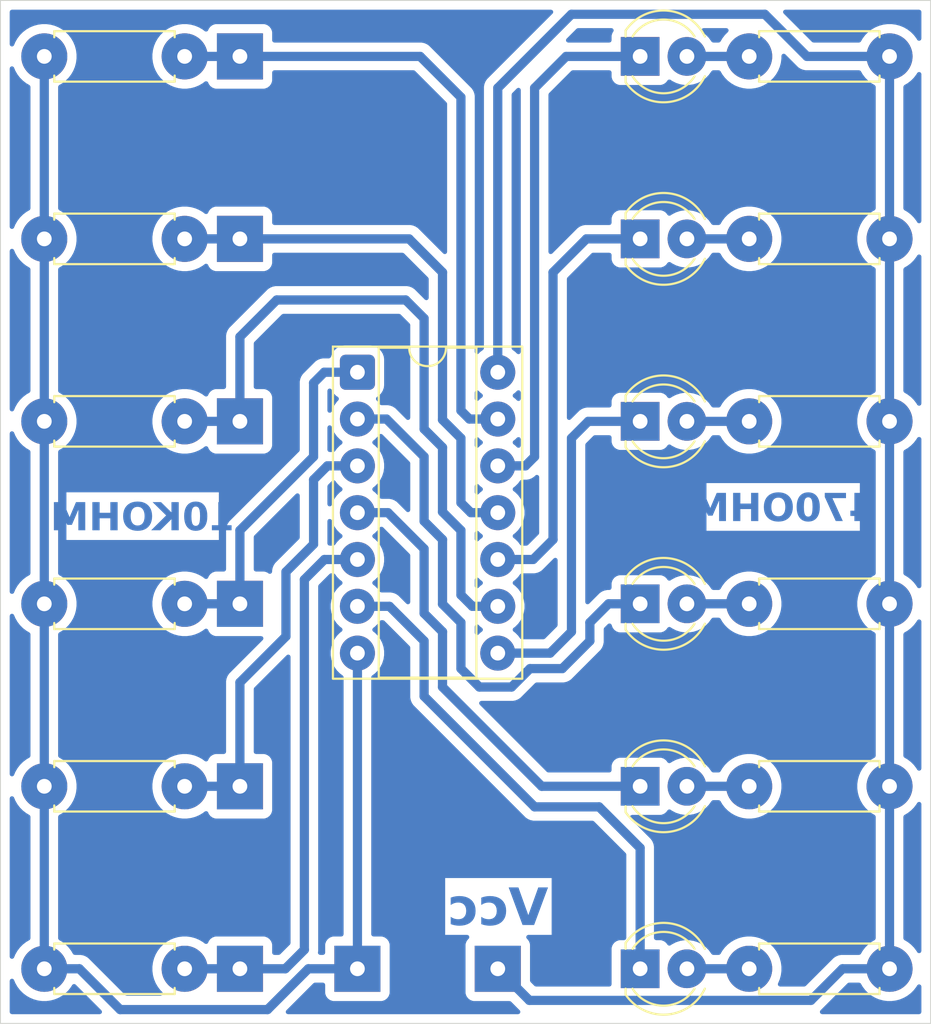
<source format=kicad_pcb>
(kicad_pcb (version 20241229) (generator "pcbnew") (generator_version "9.0")
  (layers (0 "F.Cu" signal) (2 "B.Cu" signal) (13 "F.Paste" user) (15 "B.Paste" user) (5 "F.SilkS" user "F.Silkscreen") (7 "B.SilkS" user "B.Silkscreen") (1 "F.Mask" user) (3 "B.Mask" user) (25 "Edge.Cuts" user))
  (net 0 "")
  (net 1 "Net-(5V1-Pin_1)")
  (net 2 "Net-(D1-A)")
  (net 3 "Net-(D1-K)")
  (net 4 "Net-(D2-A)")
  (net 5 "Net-(D2-K)")
  (net 6 "Net-(D3-K)")
  (net 7 "Net-(D3-A)")
  (net 8 "Net-(D4-K)")
  (net 9 "Net-(D4-A)")
  (net 10 "Net-(D5-A)")
  (net 11 "Net-(D5-K)")
  (net 12 "Net-(D6-K)")
  (net 13 "Net-(D6-A)")
  (net 14 "Net-(GND1-Pin_1)")
  (net 15 "Net-(INPUT1-Pin_1)")
  (net 16 "Net-(INPUT2-Pin_1)")
  (net 17 "Net-(INPUT3-Pin_1)")
  (net 18 "Net-(INPUT4-Pin_1)")
  (net 19 "Net-(INPUT5-Pin_1)")
  (net 20 "Net-(INPUT6-Pin_1)")
  (footprint "Library:PinHeader_1x01_P1.00mm_VerticalBIG" (layer "F.Cu") (at 88.5 87.285)
    (property "Reference" "5V1" (hide yes))
    (property "Value" "~" (hide yes))
    (pad "1" thru_hole rect (at 0 0) (size 2.5 2.5) (drill 0.8) (layers "*.Cu" "*.Mask") (net 1 "Net-(5V1-Pin_1)") (clearance 0))
  )
  (footprint "Library:PinHeader_1x01_P1.00mm_VerticalBIG" (layer "F.Cu") (at 74.5 67.485)
    (property "Reference" "INPUT4" (hide yes))
    (property "Value" "~" (hide yes))
    (pad "1" thru_hole rect (at 0 0) (size 2.5 2.5) (drill 0.8) (layers "*.Cu" "*.Mask") (net 18 "Net-(INPUT4-Pin_1)") (clearance 0))
  )
  (footprint "Library:PinHeader_1x01_P1.00mm_VerticalBIG" (layer "F.Cu") (at 80.88 87.285)
    (property "Reference" "GND1" (hide yes))
    (property "Value" "~" (hide yes))
    (pad "1" thru_hole rect (at 0 0) (size 2.5 2.5) (drill 0.8) (layers "*.Cu" "*.Mask") (net 14 "Net-(GND1-Pin_1)") (clearance 0))
  )
  (footprint "Library:R_Axial_DIN0207_L6.3mm_D2.5mm_P7.62mm_HorizontalBIG" (layer "F.Cu") (at 109.77 67.485 180)
    (property "Reference" "R13" (hide yes))
    (property "Value" "470 OHM" (hide yes))
    (fp_line (start 7.08 1.37) (end 7.08 1.04) (stroke (width 0.12)) (layer "F.SilkS"))
    (fp_line (start 7.08 -1.37) (end 7.08 -1.04) (stroke (width 0.12)) (layer "F.SilkS"))
    (fp_line (start 0.54 1.37) (end 7.08 1.37) (stroke (width 0.12)) (layer "F.SilkS"))
    (fp_line (start 0.54 1.04) (end 0.54 1.37) (stroke (width 0.12)) (layer "F.SilkS"))
    (fp_line (start 0.54 -1.04) (end 0.54 -1.37) (stroke (width 0.12)) (layer "F.SilkS"))
    (fp_line (start 0.54 -1.37) (end 7.08 -1.37) (stroke (width 0.12)) (layer "F.SilkS"))
    (pad "1" thru_hole circle (at 0 0 180) (size 2.5 2.5) (drill 0.8) (layers "*.Cu" "*.Mask") (net 1 "Net-(5V1-Pin_1)"))
    (pad "2" thru_hole circle (at 7.62 0 180) (size 2.5 2.5) (drill 0.8) (layers "*.Cu" "*.Mask") (net 9 "Net-(D4-A)"))
  )
  (footprint "Library:PinHeader_1x01_P1.00mm_VerticalBIG" (layer "F.Cu") (at 74.5 57.585)
    (property "Reference" "INPUT3" (hide yes))
    (property "Value" "~" (hide yes))
    (pad "1" thru_hole rect (at 0 0) (size 2.5 2.5) (drill 0.8) (layers "*.Cu" "*.Mask") (net 17 "Net-(INPUT3-Pin_1)") (clearance 0))
  )
  (footprint "Library:R_Axial_DIN0207_L6.3mm_D2.5mm_P7.62mm_HorizontalBIG" (layer "F.Cu") (at 71.5 57.585 180)
    (property "Reference" "R12" (hide yes))
    (property "Value" "10 OHM" (hide yes))
    (fp_line (start 7.08 1.37) (end 7.08 1.04) (stroke (width 0.12)) (layer "F.SilkS"))
    (fp_line (start 7.08 -1.37) (end 7.08 -1.04) (stroke (width 0.12)) (layer "F.SilkS"))
    (fp_line (start 0.54 1.37) (end 7.08 1.37) (stroke (width 0.12)) (layer "F.SilkS"))
    (fp_line (start 0.54 1.04) (end 0.54 1.37) (stroke (width 0.12)) (layer "F.SilkS"))
    (fp_line (start 0.54 -1.04) (end 0.54 -1.37) (stroke (width 0.12)) (layer "F.SilkS"))
    (fp_line (start 0.54 -1.37) (end 7.08 -1.37) (stroke (width 0.12)) (layer "F.SilkS"))
    (pad "1" thru_hole circle (at 0 0 180) (size 2.5 2.5) (drill 0.8) (layers "*.Cu" "*.Mask") (net 17 "Net-(INPUT3-Pin_1)"))
    (pad "2" thru_hole circle (at 7.62 0 180) (size 2.5 2.5) (drill 0.8) (layers "*.Cu" "*.Mask") (net 14 "Net-(GND1-Pin_1)"))
  )
  (footprint "Library:R_Axial_DIN0207_L6.3mm_D2.5mm_P7.62mm_HorizontalBIG" (layer "F.Cu") (at 109.77 57.585 180)
    (property "Reference" "R11" (hide yes))
    (property "Value" "470 OHM" (hide yes))
    (fp_line (start 7.08 1.37) (end 7.08 1.04) (stroke (width 0.12)) (layer "F.SilkS"))
    (fp_line (start 7.08 -1.37) (end 7.08 -1.04) (stroke (width 0.12)) (layer "F.SilkS"))
    (fp_line (start 0.54 1.37) (end 7.08 1.37) (stroke (width 0.12)) (layer "F.SilkS"))
    (fp_line (start 0.54 1.04) (end 0.54 1.37) (stroke (width 0.12)) (layer "F.SilkS"))
    (fp_line (start 0.54 -1.04) (end 0.54 -1.37) (stroke (width 0.12)) (layer "F.SilkS"))
    (fp_line (start 0.54 -1.37) (end 7.08 -1.37) (stroke (width 0.12)) (layer "F.SilkS"))
    (pad "1" thru_hole circle (at 0 0 180) (size 2.5 2.5) (drill 0.8) (layers "*.Cu" "*.Mask") (net 1 "Net-(5V1-Pin_1)"))
    (pad "2" thru_hole circle (at 7.62 0 180) (size 2.5 2.5) (drill 0.8) (layers "*.Cu" "*.Mask") (net 7 "Net-(D3-A)"))
  )
  (footprint "Library:LED_D4.0mmBIG" (layer "F.Cu") (at 96.23 67.485)
    (property "Reference" "D4" (hide yes))
    (property "Value" "LED" (hide yes))
    (fp_line (start -0.79 -1.399) (end -0.79 -1.08) (stroke (width 0.12)) (layer "F.SilkS"))
    (fp_line (start -0.79 1.08) (end -0.79 1.399) (stroke (width 0.12)) (layer "F.SilkS"))
    (fp_arc (start -0.79 -1.398749) (mid 1.45392 -2.483198) (end 3.513591 -1.08) (stroke (width 0.12)) (layer "F.SilkS"))
    (fp_arc (start -0.41333 -1.08) (mid 1.27 -2) (end 2.95333 -1.08) (stroke (width 0.12)) (layer "F.SilkS"))
    (fp_arc (start 2.95333 1.08) (mid 1.27 2) (end -0.41333 1.08) (stroke (width 0.12)) (layer "F.SilkS"))
    (fp_arc (start 3.513591 1.08) (mid 1.45392 2.483198) (end -0.79 1.398749) (stroke (width 0.12)) (layer "F.SilkS"))
    (pad "1" thru_hole rect (at 0 0) (size 2.1 2.1) (drill 0.8) (layers "*.Cu" "*.Mask") (net 8 "Net-(D4-K)"))
    (pad "2" thru_hole circle (at 2.54 0) (size 2.1 2.1) (drill 0.8) (layers "*.Cu" "*.Mask") (net 9 "Net-(D4-A)"))
  )
  (footprint "Library:PinHeader_1x01_P1.00mm_VerticalBIG" (layer "F.Cu") (at 74.5 37.785 180)
    (property "Reference" "INPUT1" (hide yes))
    (property "Value" "~" (hide yes))
    (pad "1" thru_hole rect (at 0 0 180) (size 2.5 2.5) (drill 0.8) (layers "*.Cu" "*.Mask") (net 15 "Net-(INPUT1-Pin_1)") (clearance 0))
  )
  (footprint "Library:LED_D4.0mmBIG" (layer "F.Cu") (at 96.23 47.685)
    (property "Reference" "D2" (hide yes))
    (property "Value" "LED" (hide yes))
    (fp_line (start -0.79 -1.399) (end -0.79 -1.08) (stroke (width 0.12)) (layer "F.SilkS"))
    (fp_line (start -0.79 1.08) (end -0.79 1.399) (stroke (width 0.12)) (layer "F.SilkS"))
    (fp_arc (start -0.79 -1.398749) (mid 1.45392 -2.483198) (end 3.513591 -1.08) (stroke (width 0.12)) (layer "F.SilkS"))
    (fp_arc (start -0.41333 -1.08) (mid 1.27 -2) (end 2.95333 -1.08) (stroke (width 0.12)) (layer "F.SilkS"))
    (fp_arc (start 2.95333 1.08) (mid 1.27 2) (end -0.41333 1.08) (stroke (width 0.12)) (layer "F.SilkS"))
    (fp_arc (start 3.513591 1.08) (mid 1.45392 2.483198) (end -0.79 1.398749) (stroke (width 0.12)) (layer "F.SilkS"))
    (pad "1" thru_hole rect (at 0 0) (size 2.1 2.1) (drill 0.8) (layers "*.Cu" "*.Mask") (net 5 "Net-(D2-K)"))
    (pad "2" thru_hole circle (at 2.54 0) (size 2.1 2.1) (drill 0.8) (layers "*.Cu" "*.Mask") (net 4 "Net-(D2-A)"))
  )
  (footprint "Library:PinHeader_1x01_P1.00mm_VerticalBIG" (layer "F.Cu") (at 74.5 77.385)
    (property "Reference" "INPUT5" (hide yes))
    (property "Value" "~" (hide yes))
    (pad "1" thru_hole rect (at 0 0) (size 2.5 2.5) (drill 0.8) (layers "*.Cu" "*.Mask") (net 19 "Net-(INPUT5-Pin_1)") (clearance 0))
  )
  (footprint "Library:R_Axial_DIN0207_L6.3mm_D2.5mm_P7.62mm_HorizontalBIG" (layer "F.Cu") (at 109.77 37.785 180)
    (property "Reference" "R7" (hide yes))
    (property "Value" "470 OHM" (hide yes))
    (fp_line (start 7.08 1.37) (end 7.08 1.04) (stroke (width 0.12)) (layer "F.SilkS"))
    (fp_line (start 7.08 -1.37) (end 7.08 -1.04) (stroke (width 0.12)) (layer "F.SilkS"))
    (fp_line (start 0.54 1.37) (end 7.08 1.37) (stroke (width 0.12)) (layer "F.SilkS"))
    (fp_line (start 0.54 1.04) (end 0.54 1.37) (stroke (width 0.12)) (layer "F.SilkS"))
    (fp_line (start 0.54 -1.04) (end 0.54 -1.37) (stroke (width 0.12)) (layer "F.SilkS"))
    (fp_line (start 0.54 -1.37) (end 7.08 -1.37) (stroke (width 0.12)) (layer "F.SilkS"))
    (pad "1" thru_hole circle (at 0 0 180) (size 2.5 2.5) (drill 0.8) (layers "*.Cu" "*.Mask") (net 1 "Net-(5V1-Pin_1)"))
    (pad "2" thru_hole circle (at 7.62 0 180) (size 2.5 2.5) (drill 0.8) (layers "*.Cu" "*.Mask") (net 2 "Net-(D1-A)"))
  )
  (footprint "Library:R_Axial_DIN0207_L6.3mm_D2.5mm_P7.62mm_HorizontalBIG" (layer "F.Cu") (at 71.5 47.685 180)
    (property "Reference" "R10" (hide yes))
    (property "Value" "10 OHM" (hide yes))
    (fp_line (start 7.08 1.37) (end 7.08 1.04) (stroke (width 0.12)) (layer "F.SilkS"))
    (fp_line (start 7.08 -1.37) (end 7.08 -1.04) (stroke (width 0.12)) (layer "F.SilkS"))
    (fp_line (start 0.54 1.37) (end 7.08 1.37) (stroke (width 0.12)) (layer "F.SilkS"))
    (fp_line (start 0.54 1.04) (end 0.54 1.37) (stroke (width 0.12)) (layer "F.SilkS"))
    (fp_line (start 0.54 -1.04) (end 0.54 -1.37) (stroke (width 0.12)) (layer "F.SilkS"))
    (fp_line (start 0.54 -1.37) (end 7.08 -1.37) (stroke (width 0.12)) (layer "F.SilkS"))
    (pad "1" thru_hole circle (at 0 0 180) (size 2.5 2.5) (drill 0.8) (layers "*.Cu" "*.Mask") (net 16 "Net-(INPUT2-Pin_1)"))
    (pad "2" thru_hole circle (at 7.62 0 180) (size 2.5 2.5) (drill 0.8) (layers "*.Cu" "*.Mask") (net 14 "Net-(GND1-Pin_1)"))
  )
  (footprint "Library:R_Axial_DIN0207_L6.3mm_D2.5mm_P7.62mm_HorizontalBIG" (layer "F.Cu") (at 71.5 87.285 180)
    (property "Reference" "R18" (hide yes))
    (property "Value" "10 OHM" (hide yes))
    (fp_line (start 7.08 1.37) (end 7.08 1.04) (stroke (width 0.12)) (layer "F.SilkS"))
    (fp_line (start 7.08 -1.37) (end 7.08 -1.04) (stroke (width 0.12)) (layer "F.SilkS"))
    (fp_line (start 0.54 1.37) (end 7.08 1.37) (stroke (width 0.12)) (layer "F.SilkS"))
    (fp_line (start 0.54 1.04) (end 0.54 1.37) (stroke (width 0.12)) (layer "F.SilkS"))
    (fp_line (start 0.54 -1.04) (end 0.54 -1.37) (stroke (width 0.12)) (layer "F.SilkS"))
    (fp_line (start 0.54 -1.37) (end 7.08 -1.37) (stroke (width 0.12)) (layer "F.SilkS"))
    (pad "1" thru_hole circle (at 0 0 180) (size 2.5 2.5) (drill 0.8) (layers "*.Cu" "*.Mask") (net 20 "Net-(INPUT6-Pin_1)"))
    (pad "2" thru_hole circle (at 7.62 0 180) (size 2.5 2.5) (drill 0.8) (layers "*.Cu" "*.Mask") (net 14 "Net-(GND1-Pin_1)"))
  )
  (footprint "Library:LED_D4.0mmBIG" (layer "F.Cu") (at 96.23 87.285)
    (property "Reference" "D6" (hide yes))
    (property "Value" "LED" (hide yes))
    (fp_line (start -0.79 -1.399) (end -0.79 -1.08) (stroke (width 0.12)) (layer "F.SilkS"))
    (fp_line (start -0.79 1.08) (end -0.79 1.399) (stroke (width 0.12)) (layer "F.SilkS"))
    (fp_arc (start -0.79 -1.398749) (mid 1.45392 -2.483198) (end 3.513591 -1.08) (stroke (width 0.12)) (layer "F.SilkS"))
    (fp_arc (start -0.41333 -1.08) (mid 1.27 -2) (end 2.95333 -1.08) (stroke (width 0.12)) (layer "F.SilkS"))
    (fp_arc (start 2.95333 1.08) (mid 1.27 2) (end -0.41333 1.08) (stroke (width 0.12)) (layer "F.SilkS"))
    (fp_arc (start 3.513591 1.08) (mid 1.45392 2.483198) (end -0.79 1.398749) (stroke (width 0.12)) (layer "F.SilkS"))
    (pad "1" thru_hole rect (at 0 0) (size 2.1 2.1) (drill 0.8) (layers "*.Cu" "*.Mask") (net 12 "Net-(D6-K)"))
    (pad "2" thru_hole circle (at 2.54 0) (size 2.1 2.1) (drill 0.8) (layers "*.Cu" "*.Mask") (net 13 "Net-(D6-A)"))
  )
  (footprint "Library:PinHeader_1x01_P1.00mm_VerticalBIG" (layer "F.Cu") (at 74.5 47.685)
    (property "Reference" "INPUT2" (hide yes))
    (property "Value" "~" (hide yes))
    (pad "1" thru_hole rect (at 0 0) (size 2.5 2.5) (drill 0.8) (layers "*.Cu" "*.Mask") (net 16 "Net-(INPUT2-Pin_1)") (clearance 0))
  )
  (footprint "Library:R_Axial_DIN0207_L6.3mm_D2.5mm_P7.62mm_HorizontalBIG" (layer "F.Cu") (at 109.77 77.385 180)
    (property "Reference" "R15" (hide yes))
    (property "Value" "470 OHM" (hide yes))
    (fp_line (start 7.08 1.37) (end 7.08 1.04) (stroke (width 0.12)) (layer "F.SilkS"))
    (fp_line (start 7.08 -1.37) (end 7.08 -1.04) (stroke (width 0.12)) (layer "F.SilkS"))
    (fp_line (start 0.54 1.37) (end 7.08 1.37) (stroke (width 0.12)) (layer "F.SilkS"))
    (fp_line (start 0.54 1.04) (end 0.54 1.37) (stroke (width 0.12)) (layer "F.SilkS"))
    (fp_line (start 0.54 -1.04) (end 0.54 -1.37) (stroke (width 0.12)) (layer "F.SilkS"))
    (fp_line (start 0.54 -1.37) (end 7.08 -1.37) (stroke (width 0.12)) (layer "F.SilkS"))
    (pad "1" thru_hole circle (at 0 0 180) (size 2.5 2.5) (drill 0.8) (layers "*.Cu" "*.Mask") (net 1 "Net-(5V1-Pin_1)"))
    (pad "2" thru_hole circle (at 7.62 0 180) (size 2.5 2.5) (drill 0.8) (layers "*.Cu" "*.Mask") (net 10 "Net-(D5-A)"))
  )
  (footprint "Library:R_Axial_DIN0207_L6.3mm_D2.5mm_P7.62mm_HorizontalBIG" (layer "F.Cu") (at 109.77 47.685 180)
    (property "Reference" "R9" (hide yes))
    (property "Value" "470 OHM" (hide yes))
    (fp_line (start 7.08 1.37) (end 7.08 1.04) (stroke (width 0.12)) (layer "F.SilkS"))
    (fp_line (start 7.08 -1.37) (end 7.08 -1.04) (stroke (width 0.12)) (layer "F.SilkS"))
    (fp_line (start 0.54 1.37) (end 7.08 1.37) (stroke (width 0.12)) (layer "F.SilkS"))
    (fp_line (start 0.54 1.04) (end 0.54 1.37) (stroke (width 0.12)) (layer "F.SilkS"))
    (fp_line (start 0.54 -1.04) (end 0.54 -1.37) (stroke (width 0.12)) (layer "F.SilkS"))
    (fp_line (start 0.54 -1.37) (end 7.08 -1.37) (stroke (width 0.12)) (layer "F.SilkS"))
    (pad "1" thru_hole circle (at 0 0 180) (size 2.5 2.5) (drill 0.8) (layers "*.Cu" "*.Mask") (net 1 "Net-(5V1-Pin_1)"))
    (pad "2" thru_hole circle (at 7.62 0 180) (size 2.5 2.5) (drill 0.8) (layers "*.Cu" "*.Mask") (net 4 "Net-(D2-A)"))
  )
  (footprint "Library:LED_D4.0mmBIG" (layer "F.Cu") (at 96.23 57.585)
    (property "Reference" "D3" (hide yes))
    (property "Value" "LED" (hide yes))
    (fp_line (start -0.79 -1.399) (end -0.79 -1.08) (stroke (width 0.12)) (layer "F.SilkS"))
    (fp_line (start -0.79 1.08) (end -0.79 1.399) (stroke (width 0.12)) (layer "F.SilkS"))
    (fp_arc (start -0.79 -1.398749) (mid 1.45392 -2.483198) (end 3.513591 -1.08) (stroke (width 0.12)) (layer "F.SilkS"))
    (fp_arc (start -0.41333 -1.08) (mid 1.27 -2) (end 2.95333 -1.08) (stroke (width 0.12)) (layer "F.SilkS"))
    (fp_arc (start 2.95333 1.08) (mid 1.27 2) (end -0.41333 1.08) (stroke (width 0.12)) (layer "F.SilkS"))
    (fp_arc (start 3.513591 1.08) (mid 1.45392 2.483198) (end -0.79 1.398749) (stroke (width 0.12)) (layer "F.SilkS"))
    (pad "1" thru_hole rect (at 0 0) (size 2.1 2.1) (drill 0.8) (layers "*.Cu" "*.Mask") (net 6 "Net-(D3-K)"))
    (pad "2" thru_hole circle (at 2.54 0) (size 2.1 2.1) (drill 0.8) (layers "*.Cu" "*.Mask") (net 7 "Net-(D3-A)"))
  )
  (footprint "Library:PinHeader_1x01_P1.00mm_VerticalBIG" (layer "F.Cu") (at 74.5 87.285)
    (property "Reference" "INPUT6" (hide yes))
    (property "Value" "~" (hide yes))
    (pad "1" thru_hole rect (at 0 0) (size 2.5 2.5) (drill 0.8) (layers "*.Cu" "*.Mask") (net 20 "Net-(INPUT6-Pin_1)") (clearance 0))
  )
  (footprint "Library:R_Axial_DIN0207_L6.3mm_D2.5mm_P7.62mm_HorizontalBIG" (layer "F.Cu") (at 71.5 67.485 180)
    (property "Reference" "R14" (hide yes))
    (property "Value" "10 OHM" (hide yes))
    (fp_line (start 7.08 1.37) (end 7.08 1.04) (stroke (width 0.12)) (layer "F.SilkS"))
    (fp_line (start 7.08 -1.37) (end 7.08 -1.04) (stroke (width 0.12)) (layer "F.SilkS"))
    (fp_line (start 0.54 1.37) (end 7.08 1.37) (stroke (width 0.12)) (layer "F.SilkS"))
    (fp_line (start 0.54 1.04) (end 0.54 1.37) (stroke (width 0.12)) (layer "F.SilkS"))
    (fp_line (start 0.54 -1.04) (end 0.54 -1.37) (stroke (width 0.12)) (layer "F.SilkS"))
    (fp_line (start 0.54 -1.37) (end 7.08 -1.37) (stroke (width 0.12)) (layer "F.SilkS"))
    (pad "1" thru_hole circle (at 0 0 180) (size 2.5 2.5) (drill 0.8) (layers "*.Cu" "*.Mask") (net 18 "Net-(INPUT4-Pin_1)"))
    (pad "2" thru_hole circle (at 7.62 0 180) (size 2.5 2.5) (drill 0.8) (layers "*.Cu" "*.Mask") (net 14 "Net-(GND1-Pin_1)"))
  )
  (footprint "Library:DIP-14_W7.62mm_SocketBIG" (layer "F.Cu") (at 80.88 54.92)
    (property "Reference" "SW7" (hide yes))
    (property "Value" "SW_DIP_x07" (hide yes))
    (fp_line (start 1.16 -1.33) (end 1.16 16.57) (stroke (width 0.12)) (layer "F.SilkS"))
    (fp_line (start 1.16 16.57) (end 6.46 16.57) (stroke (width 0.12)) (layer "F.SilkS"))
    (fp_line (start 2.81 -1.33) (end 1.16 -1.33) (stroke (width 0.12)) (layer "F.SilkS"))
    (fp_line (start 6.46 -1.33) (end 4.81 -1.33) (stroke (width 0.12)) (layer "F.SilkS"))
    (fp_line (start 6.46 16.57) (end 6.46 -1.33) (stroke (width 0.12)) (layer "F.SilkS"))
    (fp_rect (start -1.33 -1.39) (end 8.95 16.63) (stroke (width 0.12)) (fill no) (layer "F.SilkS"))
    (fp_arc (start 4.81 -1.33) (mid 3.81 -0.33) (end 2.81 -1.33) (stroke (width 0.12)) (layer "F.SilkS"))
    (pad "1" thru_hole roundrect (at 0 0) (size 1.9 1.9) (drill 0.8) (layers "*.Cu" "*.Mask") (roundrect_rratio 0.15625) (net 18 "Net-(INPUT4-Pin_1)"))
    (pad "2" thru_hole circle (at 0 2.54) (size 1.9 1.9) (drill 0.8) (layers "*.Cu" "*.Mask") (net 8 "Net-(D4-K)"))
    (pad "3" thru_hole circle (at 0 5.08) (size 1.9 1.9) (drill 0.8) (layers "*.Cu" "*.Mask") (net 19 "Net-(INPUT5-Pin_1)"))
    (pad "4" thru_hole circle (at 0 7.62) (size 1.9 1.9) (drill 0.8) (layers "*.Cu" "*.Mask") (net 11 "Net-(D5-K)"))
    (pad "5" thru_hole circle (at 0 10.16) (size 1.9 1.9) (drill 0.8) (layers "*.Cu" "*.Mask") (net 20 "Net-(INPUT6-Pin_1)"))
    (pad "6" thru_hole circle (at 0 12.7) (size 1.9 1.9) (drill 0.8) (layers "*.Cu" "*.Mask") (net 12 "Net-(D6-K)"))
    (pad "7" thru_hole circle (at 0 15.24) (size 1.9 1.9) (drill 0.8) (layers "*.Cu" "*.Mask") (net 14 "Net-(GND1-Pin_1)"))
    (pad "8" thru_hole circle (at 7.62 15.24) (size 1.9 1.9) (drill 0.8) (layers "*.Cu" "*.Mask") (net 6 "Net-(D3-K)"))
    (pad "9" thru_hole circle (at 7.62 12.7) (size 1.9 1.9) (drill 0.8) (layers "*.Cu" "*.Mask") (net 17 "Net-(INPUT3-Pin_1)"))
    (pad "10" thru_hole circle (at 7.62 10.16) (size 1.9 1.9) (drill 0.8) (layers "*.Cu" "*.Mask") (net 5 "Net-(D2-K)"))
    (pad "11" thru_hole circle (at 7.62 7.62) (size 1.9 1.9) (drill 0.8) (layers "*.Cu" "*.Mask") (net 16 "Net-(INPUT2-Pin_1)"))
    (pad "12" thru_hole circle (at 7.62 5.08) (size 1.9 1.9) (drill 0.8) (layers "*.Cu" "*.Mask") (net 3 "Net-(D1-K)"))
    (pad "13" thru_hole circle (at 7.62 2.54) (size 1.9 1.9) (drill 0.8) (layers "*.Cu" "*.Mask") (net 15 "Net-(INPUT1-Pin_1)"))
    (pad "14" thru_hole circle (at 7.62 0) (size 1.9 1.9) (drill 0.8) (layers "*.Cu" "*.Mask") (net 1 "Net-(5V1-Pin_1)"))
  )
  (footprint "Library:LED_D4.0mmBIG" (layer "F.Cu") (at 96.23 37.785)
    (property "Reference" "D1" (hide yes))
    (property "Value" "LED" (hide yes))
    (fp_line (start -0.79 -1.399) (end -0.79 -1.08) (stroke (width 0.12)) (layer "F.SilkS"))
    (fp_line (start -0.79 1.08) (end -0.79 1.399) (stroke (width 0.12)) (layer "F.SilkS"))
    (fp_arc (start -0.79 -1.398749) (mid 1.45392 -2.483198) (end 3.513591 -1.08) (stroke (width 0.12)) (layer "F.SilkS"))
    (fp_arc (start -0.41333 -1.08) (mid 1.27 -2) (end 2.95333 -1.08) (stroke (width 0.12)) (layer "F.SilkS"))
    (fp_arc (start 2.95333 1.08) (mid 1.27 2) (end -0.41333 1.08) (stroke (width 0.12)) (layer "F.SilkS"))
    (fp_arc (start 3.513591 1.08) (mid 1.45392 2.483198) (end -0.79 1.398749) (stroke (width 0.12)) (layer "F.SilkS"))
    (pad "1" thru_hole rect (at 0 0) (size 2.1 2.1) (drill 0.8) (layers "*.Cu" "*.Mask") (net 3 "Net-(D1-K)"))
    (pad "2" thru_hole circle (at 2.54 0) (size 2.1 2.1) (drill 0.8) (layers "*.Cu" "*.Mask") (net 2 "Net-(D1-A)"))
  )
  (footprint "Library:R_Axial_DIN0207_L6.3mm_D2.5mm_P7.62mm_HorizontalBIG" (layer "F.Cu") (at 71.5 77.385 180)
    (property "Reference" "R16" (hide yes))
    (property "Value" "10 OHM" (hide yes))
    (fp_line (start 7.08 1.37) (end 7.08 1.04) (stroke (width 0.12)) (layer "F.SilkS"))
    (fp_line (start 7.08 -1.37) (end 7.08 -1.04) (stroke (width 0.12)) (layer "F.SilkS"))
    (fp_line (start 0.54 1.37) (end 7.08 1.37) (stroke (width 0.12)) (layer "F.SilkS"))
    (fp_line (start 0.54 1.04) (end 0.54 1.37) (stroke (width 0.12)) (layer "F.SilkS"))
    (fp_line (start 0.54 -1.04) (end 0.54 -1.37) (stroke (width 0.12)) (layer "F.SilkS"))
    (fp_line (start 0.54 -1.37) (end 7.08 -1.37) (stroke (width 0.12)) (layer "F.SilkS"))
    (pad "1" thru_hole circle (at 0 0 180) (size 2.5 2.5) (drill 0.8) (layers "*.Cu" "*.Mask") (net 19 "Net-(INPUT5-Pin_1)"))
    (pad "2" thru_hole circle (at 7.62 0 180) (size 2.5 2.5) (drill 0.8) (layers "*.Cu" "*.Mask") (net 14 "Net-(GND1-Pin_1)"))
  )
  (footprint "Library:R_Axial_DIN0207_L6.3mm_D2.5mm_P7.62mm_HorizontalBIG" (layer "F.Cu") (at 71.5 37.785 180)
    (property "Reference" "R8" (hide yes))
    (property "Value" "10 OHM" (hide yes))
    (fp_line (start 7.08 1.37) (end 7.08 1.04) (stroke (width 0.12)) (layer "F.SilkS"))
    (fp_line (start 7.08 -1.37) (end 7.08 -1.04) (stroke (width 0.12)) (layer "F.SilkS"))
    (fp_line (start 0.54 1.37) (end 7.08 1.37) (stroke (width 0.12)) (layer "F.SilkS"))
    (fp_line (start 0.54 1.04) (end 0.54 1.37) (stroke (width 0.12)) (layer "F.SilkS"))
    (fp_line (start 0.54 -1.04) (end 0.54 -1.37) (stroke (width 0.12)) (layer "F.SilkS"))
    (fp_line (start 0.54 -1.37) (end 7.08 -1.37) (stroke (width 0.12)) (layer "F.SilkS"))
    (pad "1" thru_hole circle (at 0 0 180) (size 2.5 2.5) (drill 0.8) (layers "*.Cu" "*.Mask") (net 15 "Net-(INPUT1-Pin_1)"))
    (pad "2" thru_hole circle (at 7.62 0 180) (size 2.5 2.5) (drill 0.8) (layers "*.Cu" "*.Mask") (net 14 "Net-(GND1-Pin_1)"))
  )
  (footprint "Library:R_Axial_DIN0207_L6.3mm_D2.5mm_P7.62mm_HorizontalBIG" (layer "F.Cu") (at 109.77 87.285 180)
    (property "Reference" "R17" (hide yes))
    (property "Value" "470 OHM" (hide yes))
    (fp_line (start 7.08 1.37) (end 7.08 1.04) (stroke (width 0.12)) (layer "F.SilkS"))
    (fp_line (start 7.08 -1.37) (end 7.08 -1.04) (stroke (width 0.12)) (layer "F.SilkS"))
    (fp_line (start 0.54 1.37) (end 7.08 1.37) (stroke (width 0.12)) (layer "F.SilkS"))
    (fp_line (start 0.54 1.04) (end 0.54 1.37) (stroke (width 0.12)) (layer "F.SilkS"))
    (fp_line (start 0.54 -1.04) (end 0.54 -1.37) (stroke (width 0.12)) (layer "F.SilkS"))
    (fp_line (start 0.54 -1.37) (end 7.08 -1.37) (stroke (width 0.12)) (layer "F.SilkS"))
    (pad "1" thru_hole circle (at 0 0 180) (size 2.5 2.5) (drill 0.8) (layers "*.Cu" "*.Mask") (net 1 "Net-(5V1-Pin_1)"))
    (pad "2" thru_hole circle (at 7.62 0 180) (size 2.5 2.5) (drill 0.8) (layers "*.Cu" "*.Mask") (net 13 "Net-(D6-A)"))
  )
  (footprint "Library:LED_D4.0mmBIG" (layer "F.Cu") (at 96.23 77.385)
    (property "Reference" "D5" (hide yes))
    (property "Value" "LED" (hide yes))
    (fp_line (start -0.79 -1.399) (end -0.79 -1.08) (stroke (width 0.12)) (layer "F.SilkS"))
    (fp_line (start -0.79 1.08) (end -0.79 1.399) (stroke (width 0.12)) (layer "F.SilkS"))
    (fp_arc (start -0.79 -1.398749) (mid 1.45392 -2.483198) (end 3.513591 -1.08) (stroke (width 0.12)) (layer "F.SilkS"))
    (fp_arc (start -0.41333 -1.08) (mid 1.27 -2) (end 2.95333 -1.08) (stroke (width 0.12)) (layer "F.SilkS"))
    (fp_arc (start 2.95333 1.08) (mid 1.27 2) (end -0.41333 1.08) (stroke (width 0.12)) (layer "F.SilkS"))
    (fp_arc (start 3.513591 1.08) (mid 1.45392 2.483198) (end -0.79 1.398749) (stroke (width 0.12)) (layer "F.SilkS"))
    (pad "1" thru_hole rect (at 0 0) (size 2.1 2.1) (drill 0.8) (layers "*.Cu" "*.Mask") (net 11 "Net-(D5-K)"))
    (pad "2" thru_hole circle (at 2.54 0) (size 2.1 2.1) (drill 0.8) (layers "*.Cu" "*.Mask") (net 10 "Net-(D5-A)"))
  )
  (gr_rect (start 61.5 34.75) (end 112 90.25) (stroke (width 0.05)) (fill no) (layer "Edge.Cuts"))
  (gr_text "Vcc" (at 88.5 85.25 0) (layer "B.Cu") (effects (font (size 2 2) (thickness 0.3) (bold yes)) (justify bottom mirror)))
  (gr_text "10KOHM" (at 69.25 63.75 0) (layer "B.Cu") (effects (font (size 1.5 1.5) (thickness 0.3) (bold yes)) (justify bottom mirror)))
  (gr_text "470OHM" (at 104 63.25 0) (layer "B.Cu") (effects (font (size 1.5 1.5) (thickness 0.3) (bold yes)) (justify bottom mirror)))
  (segment (start 103 35.5) (end 105.285 37.785) (width 0.5) (layer "B.Cu") (net 1))
  (segment (start 88.5 87.285) (end 90.215 89) (width 0.5) (layer "B.Cu") (net 1))
  (segment (start 109.77 47.685) (end 109.77 37.785) (width 0.5) (layer "B.Cu") (net 1))
  (segment (start 88.5 39.5) (end 92.5 35.5) (width 0.5) (layer "B.Cu") (net 1))
  (segment (start 90.215 89) (end 105.5 89) (width 0.5) (layer "B.Cu") (net 1))
  (segment (start 92.5 35.5) (end 103 35.5) (width 0.5) (layer "B.Cu") (net 1))
  (segment (start 88.5 54.92) (end 88.5 39.5) (width 0.5) (layer "B.Cu") (net 1))
  (segment (start 109.77 77.385) (end 109.77 67.485) (width 0.5) (layer "B.Cu") (net 1))
  (segment (start 105.285 37.785) (end 109.77 37.785) (width 0.5) (layer "B.Cu") (net 1))
  (segment (start 109.77 67.485) (end 109.77 57.585) (width 0.5) (layer "B.Cu") (net 1))
  (segment (start 105.5 89) (end 107.215 87.285) (width 0.5) (layer "B.Cu") (net 1))
  (segment (start 107.215 87.285) (end 109.77 87.285) (width 0.5) (layer "B.Cu") (net 1))
  (segment (start 109.77 87.285) (end 109.77 77.385) (width 0.5) (layer "B.Cu") (net 1))
  (segment (start 109.77 57.585) (end 109.77 47.685) (width 0.5) (layer "B.Cu") (net 1))
  (segment (start 98.77 37.785) (end 102.15 37.785) (width 0.5) (layer "B.Cu") (net 2))
  (segment (start 92.215 37.785) (end 96.23 37.785) (width 0.5) (layer "B.Cu") (net 3))
  (segment (start 88.5 60) (end 90 60) (width 0.5) (layer "B.Cu") (net 3))
  (segment (start 90.5 39.5) (end 92.215 37.785) (width 0.5) (layer "B.Cu") (net 3))
  (segment (start 90.5 59.5) (end 90.5 39.5) (width 0.5) (layer "B.Cu") (net 3))
  (segment (start 90 60) (end 90.5 59.5) (width 0.5) (layer "B.Cu") (net 3))
  (segment (start 98.77 47.685) (end 102.15 47.685) (width 0.5) (layer "B.Cu") (net 4))
  (segment (start 90.42 65.08) (end 91.5 64) (width 0.5) (layer "B.Cu") (net 5))
  (segment (start 88.5 65.08) (end 90.42 65.08) (width 0.5) (layer "B.Cu") (net 5))
  (segment (start 91.5 49.5) (end 93.315 47.685) (width 0.5) (layer "B.Cu") (net 5))
  (segment (start 93.315 47.685) (end 96.23 47.685) (width 0.5) (layer "B.Cu") (net 5))
  (segment (start 91.5 64) (end 91.5 49.5) (width 0.5) (layer "B.Cu") (net 5))
  (segment (start 92.5 69) (end 91.34 70.16) (width 0.5) (layer "B.Cu") (net 6))
  (segment (start 92.5 58.5) (end 92.5 69) (width 0.5) (layer "B.Cu") (net 6))
  (segment (start 91.34 70.16) (end 88.5 70.16) (width 0.5) (layer "B.Cu") (net 6))
  (segment (start 93.415 57.585) (end 92.5 58.5) (width 0.5) (layer "B.Cu") (net 6))
  (segment (start 96.23 57.585) (end 93.415 57.585) (width 0.5) (layer "B.Cu") (net 6))
  (segment (start 98.77 57.585) (end 102.15 57.585) (width 0.5) (layer "B.Cu") (net 7))
  (segment (start 94.515 67.485) (end 96.23 67.485) (width 0.5) (layer "B.Cu") (net 8))
  (segment (start 92 71) (end 93.5 69.5) (width 0.5) (layer "B.Cu") (net 8))
  (segment (start 84.5 63) (end 85.5 64) (width 0.5) (layer "B.Cu") (net 8))
  (segment (start 82.46 57.46) (end 84.5 59.5) (width 0.5) (layer "B.Cu") (net 8))
  (segment (start 85.5 64) (end 85.5 67.5) (width 0.5) (layer "B.Cu") (net 8))
  (segment (start 80.88 57.46) (end 82.46 57.46) (width 0.5) (layer "B.Cu") (net 8))
  (segment (start 93.5 68.5) (end 94.515 67.485) (width 0.5) (layer "B.Cu") (net 8))
  (segment (start 86.5 68.5) (end 86.5 71) (width 0.5) (layer "B.Cu") (net 8))
  (segment (start 85.5 67.5) (end 86.5 68.5) (width 0.5) (layer "B.Cu") (net 8))
  (segment (start 87.5 72) (end 89.25 72) (width 0.5) (layer "B.Cu") (net 8))
  (segment (start 93.5 69.5) (end 93.5 68.5) (width 0.5) (layer "B.Cu") (net 8))
  (segment (start 86.5 71) (end 87.5 72) (width 0.5) (layer "B.Cu") (net 8))
  (segment (start 89.25 72) (end 90.25 71) (width 0.5) (layer "B.Cu") (net 8))
  (segment (start 84.5 59.5) (end 84.5 63) (width 0.5) (layer "B.Cu") (net 8))
  (segment (start 90.25 71) (end 92 71) (width 0.5) (layer "B.Cu") (net 8))
  (segment (start 98.77 67.485) (end 102.15 67.485) (width 0.5) (layer "B.Cu") (net 9))
  (segment (start 98.77 77.385) (end 102.15 77.385) (width 0.5) (layer "B.Cu") (net 10))
  (segment (start 82.54 62.54) (end 84.5 64.5) (width 0.5) (layer "B.Cu") (net 11))
  (segment (start 80.88 62.54) (end 82.54 62.54) (width 0.5) (layer "B.Cu") (net 11))
  (segment (start 84.5 64.5) (end 84.5 68) (width 0.5) (layer "B.Cu") (net 11))
  (segment (start 85.5 72) (end 90.885 77.385) (width 0.5) (layer "B.Cu") (net 11))
  (segment (start 85.5 69) (end 85.5 72) (width 0.5) (layer "B.Cu") (net 11))
  (segment (start 84.5 68) (end 85.5 69) (width 0.5) (layer "B.Cu") (net 11))
  (segment (start 90.885 77.385) (end 96.23 77.385) (width 0.5) (layer "B.Cu") (net 11))
  (segment (start 84.5 72.5) (end 84.5 69.5) (width 0.5) (layer "B.Cu") (net 12))
  (segment (start 94 78.5) (end 90.5 78.5) (width 0.5) (layer "B.Cu") (net 12))
  (segment (start 82.62 67.62) (end 80.88 67.62) (width 0.5) (layer "B.Cu") (net 12))
  (segment (start 90.5 78.5) (end 84.5 72.5) (width 0.5) (layer "B.Cu") (net 12))
  (segment (start 96.23 80.73) (end 94 78.5) (width 0.5) (layer "B.Cu") (net 12))
  (segment (start 84.5 69.5) (end 82.62 67.62) (width 0.5) (layer "B.Cu") (net 12))
  (segment (start 96.23 87.285) (end 96.23 80.73) (width 0.5) (layer "B.Cu") (net 12))
  (segment (start 98.77 87.285) (end 102.15 87.285) (width 0.5) (layer "B.Cu") (net 13))
  (segment (start 63.88 47.685) (end 63.88 37.785) (width 0.5) (layer "B.Cu") (net 14))
  (segment (start 80.88 87.285) (end 80.88 70.16) (width 0.5) (layer "B.Cu") (net 14))
  (segment (start 68 89.5) (end 65.785 87.285) (width 0.5) (layer "B.Cu") (net 14))
  (segment (start 78.215 87.285) (end 76 89.5) (width 0.5) (layer "B.Cu") (net 14))
  (segment (start 76 89.5) (end 68 89.5) (width 0.5) (layer "B.Cu") (net 14))
  (segment (start 63.88 57.585) (end 63.88 47.685) (width 0.5) (layer "B.Cu") (net 14))
  (segment (start 65.785 87.285) (end 63.88 87.285) (width 0.5) (layer "B.Cu") (net 14))
  (segment (start 80.88 87.285) (end 78.215 87.285) (width 0.5) (layer "B.Cu") (net 14))
  (segment (start 63.88 77.385) (end 63.88 67.485) (width 0.5) (layer "B.Cu") (net 14))
  (segment (start 63.88 67.485) (end 63.88 57.585) (width 0.5) (layer "B.Cu") (net 14))
  (segment (start 63.88 87.285) (end 63.88 77.385) (width 0.5) (layer "B.Cu") (net 14))
  (segment (start 86.96 57.46) (end 86.5 57) (width 0.5) (layer "B.Cu") (net 15))
  (segment (start 84.285 37.785) (end 74.5 37.785) (width 0.5) (layer "B.Cu") (net 15))
  (segment (start 74.5 37.785) (end 71.5 37.785) (width 0.5) (layer "B.Cu") (net 15))
  (segment (start 86.5 40) (end 84.285 37.785) (width 0.5) (layer "B.Cu") (net 15))
  (segment (start 88.5 57.46) (end 86.96 57.46) (width 0.5) (layer "B.Cu") (net 15))
  (segment (start 86.5 57) (end 86.5 40) (width 0.5) (layer "B.Cu") (net 15))
  (segment (start 74.5 47.685) (end 71.5 47.685) (width 0.5) (layer "B.Cu") (net 16))
  (segment (start 86.5 62) (end 86.5 58.5) (width 0.5) (layer "B.Cu") (net 16))
  (segment (start 85.5 57.5) (end 85.5 49.5) (width 0.5) (layer "B.Cu") (net 16))
  (segment (start 88.5 62.54) (end 87.04 62.54) (width 0.5) (layer "B.Cu") (net 16))
  (segment (start 86.5 58.5) (end 85.5 57.5) (width 0.5) (layer "B.Cu") (net 16))
  (segment (start 83.685 47.685) (end 74.5 47.685) (width 0.5) (layer "B.Cu") (net 16))
  (segment (start 87.04 62.54) (end 86.5 62) (width 0.5) (layer "B.Cu") (net 16))
  (segment (start 85.5 49.5) (end 83.685 47.685) (width 0.5) (layer "B.Cu") (net 16))
  (segment (start 71.5 57.585) (end 74.5 57.585) (width 0.5) (layer "B.Cu") (net 17))
  (segment (start 83.5 51) (end 76.5 51) (width 0.5) (layer "B.Cu") (net 17))
  (segment (start 88.5 67.62) (end 87.12 67.62) (width 0.5) (layer "B.Cu") (net 17))
  (segment (start 86.5 63.5) (end 85.5 62.5) (width 0.5) (layer "B.Cu") (net 17))
  (segment (start 84.5 58) (end 84.5 52) (width 0.5) (layer "B.Cu") (net 17))
  (segment (start 85.5 59) (end 84.5 58) (width 0.5) (layer "B.Cu") (net 17))
  (segment (start 76.5 51) (end 74.5 53) (width 0.5) (layer "B.Cu") (net 17))
  (segment (start 74.5 53) (end 74.5 57.585) (width 0.5) (layer "B.Cu") (net 17))
  (segment (start 85.5 62.5) (end 85.5 59) (width 0.5) (layer "B.Cu") (net 17))
  (segment (start 87.12 67.62) (end 86.5 67) (width 0.5) (layer "B.Cu") (net 17))
  (segment (start 86.5 67) (end 86.5 63.5) (width 0.5) (layer "B.Cu") (net 17))
  (segment (start 84.5 52) (end 83.5 51) (width 0.5) (layer "B.Cu") (net 17))
  (segment (start 74.5 63.5) (end 78.5 59.5) (width 0.5) (layer "B.Cu") (net 18))
  (segment (start 79.08 54.92) (end 80.88 54.92) (width 0.5) (layer "B.Cu") (net 18))
  (segment (start 71.5 67.485) (end 74.5 67.485) (width 0.5) (layer "B.Cu") (net 18))
  (segment (start 74.5 67.485) (end 74.5 63.5) (width 0.5) (layer "B.Cu") (net 18))
  (segment (start 78.5 59.5) (end 78.5 55.5) (width 0.5) (layer "B.Cu") (net 18))
  (segment (start 78.5 55.5) (end 79.08 54.92) (width 0.5) (layer "B.Cu") (net 18))
  (segment (start 78.5 60.75) (end 79.25 60) (width 0.5) (layer "B.Cu") (net 19))
  (segment (start 78.5 64.25) (end 78.5 60.75) (width 0.5) (layer "B.Cu") (net 19))
  (segment (start 77 65.75) (end 78.5 64.25) (width 0.5) (layer "B.Cu") (net 19))
  (segment (start 79.25 60) (end 80.88 60) (width 0.5) (layer "B.Cu") (net 19))
  (segment (start 74.5 71.75) (end 77 69.25) (width 0.5) (layer "B.Cu") (net 19))
  (segment (start 77 69.25) (end 77 65.75) (width 0.5) (layer "B.Cu") (net 19))
  (segment (start 74.5 77.385) (end 71.5 77.385) (width 0.5) (layer "B.Cu") (net 19))
  (segment (start 74.5 77.385) (end 74.5 71.75) (width 0.5) (layer "B.Cu") (net 19))
  (segment (start 71.5 87.285) (end 74.5 87.285) (width 0.5) (layer "B.Cu") (net 20))
  (segment (start 80.88 65.08) (end 79.09 65.08) (width 0.5) (layer "B.Cu") (net 20))
  (segment (start 78 86.25) (end 76.965 87.285) (width 0.5) (layer "B.Cu") (net 20))
  (segment (start 78 66.17) (end 78 86.25) (width 0.5) (layer "B.Cu") (net 20))
  (segment (start 79.09 65.08) (end 78 66.17) (width 0.5) (layer "B.Cu") (net 20))
  (segment (start 76.965 87.285) (end 74.5 87.285) (width 0.5) (layer "B.Cu") (net 20))
  (zone (net 0) (net_name "") (layer "B.Cu") (connect_pads (clearance 0.5)) (min_thickness 0.25) (fill yes (thermal_gap 0.5) (thermal_bridge_width 0.5) (island_removal_mode 1) (island_area_min 10))
    (polygon (pts (xy 112 34.75) (xy 61.5 34.75) (xy 61.5 90.25) (xy 112 90.25)))
  )
)
</source>
